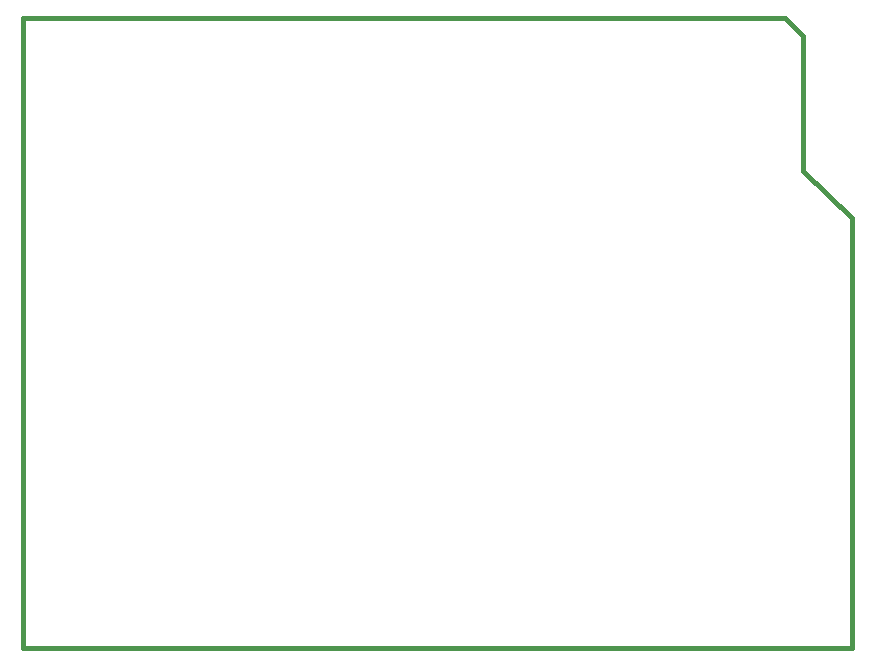
<source format=gm1>
G04 #@! TF.GenerationSoftware,KiCad,Pcbnew,5.1.0-rc1-unknown-6bb8fde~66~ubuntu16.04.1*
G04 #@! TF.CreationDate,2019-02-10T19:19:22+01:00
G04 #@! TF.ProjectId,arduino_unoPB,61726475-696e-46f5-9f75-6e6f50422e6b,rev?*
G04 #@! TF.SameCoordinates,Original*
G04 #@! TF.FileFunction,Profile,NP*
%FSLAX46Y46*%
G04 Gerber Fmt 4.6, Leading zero omitted, Abs format (unit mm)*
G04 Created by KiCad (PCBNEW 5.1.0-rc1-unknown-6bb8fde~66~ubuntu16.04.1) date 2019-02-10 19:19:22*
%MOMM*%
%LPD*%
G04 APERTURE LIST*
%ADD10C,0.400000*%
G04 APERTURE END LIST*
D10*
X175831500Y-66294000D02*
X111315500Y-66294000D01*
X181493160Y-83248500D02*
X177355500Y-79248000D01*
X177355500Y-79248000D02*
X177355500Y-67818000D01*
X177355500Y-67818000D02*
X175831500Y-66294000D01*
X181493160Y-83248500D02*
X181493160Y-119634000D01*
X111315500Y-119634000D02*
X181493160Y-119634000D01*
X111315500Y-66294000D02*
X111315500Y-119634000D01*
M02*

</source>
